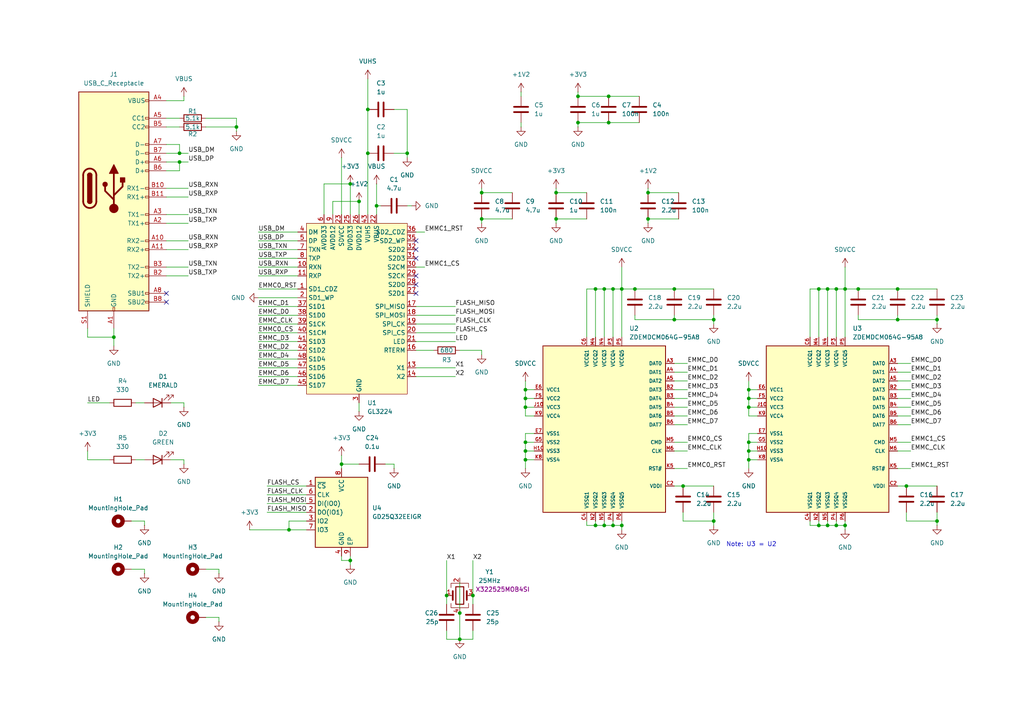
<source format=kicad_sch>
(kicad_sch (version 20231120) (generator "eeschema") (generator_version "8.0")
  (paper "A4")
  (junction (at 217.17 113.03))
  (junction (at 161.29 55.88))
  (junction (at 176.53 35.56))
  (junction (at 177.8 83.82))
  (junction (at 152.4 115.57))
  (junction (at 118.11 44.45))
  (junction (at 240.03 152.4))
  (junction (at 177.8 152.4))
  (junction (at 133.35 185.42))
  (junction (at 180.34 83.82))
  (junction (at 175.26 152.4))
  (junction (at 137.16 172.72))
  (junction (at 101.6 53.34))
  (junction (at 207.01 151.13))
  (junction (at 172.72 83.82))
  (junction (at 271.78 151.13))
  (junction (at 52.07 44.45))
  (junction (at 198.12 140.97))
  (junction (at 187.96 55.88))
  (junction (at 129.54 172.72))
  (junction (at 217.17 115.57))
  (junction (at 172.72 152.4))
  (junction (at 68.58 36.83))
  (junction (at 152.4 128.27))
  (junction (at 152.4 118.11))
  (junction (at 167.64 27.94))
  (junction (at 33.02 97.79))
  (junction (at 139.7 63.5))
  (junction (at 245.11 83.82))
  (junction (at 242.57 83.82))
  (junction (at 152.4 130.81))
  (junction (at 207.01 92.71))
  (junction (at 152.4 113.03))
  (junction (at 161.29 63.5))
  (junction (at 195.58 83.82))
  (junction (at 187.96 63.5))
  (junction (at 217.17 128.27))
  (junction (at 262.89 140.97))
  (junction (at 248.92 83.82))
  (junction (at 83.82 153.67))
  (junction (at 106.68 44.45))
  (junction (at 260.35 92.71))
  (junction (at 175.26 83.82))
  (junction (at 101.6 162.56))
  (junction (at 167.64 35.56))
  (junction (at 139.7 55.88))
  (junction (at 52.07 46.99))
  (junction (at 99.06 134.62))
  (junction (at 195.58 92.71))
  (junction (at 271.78 92.71))
  (junction (at 184.15 83.82))
  (junction (at 133.35 177.8))
  (junction (at 217.17 133.35))
  (junction (at 217.17 118.11))
  (junction (at 152.4 133.35))
  (junction (at 245.11 152.4))
  (junction (at 176.53 27.94))
  (junction (at 260.35 83.82))
  (junction (at 237.49 83.82))
  (junction (at 106.68 31.75))
  (junction (at 240.03 83.82))
  (junction (at 217.17 130.81))
  (junction (at 109.22 59.69))
  (junction (at 104.14 58.42))
  (junction (at 180.34 152.4))
  (junction (at 242.57 152.4))
  (junction (at 237.49 152.4))
  (no_connect (at 120.65 82.55))
  (no_connect (at 120.65 74.93))
  (no_connect (at 120.65 80.01))
  (no_connect (at 120.65 72.39))
  (no_connect (at 48.26 87.63))
  (no_connect (at 120.65 85.09))
  (no_connect (at 120.65 69.85))
  (no_connect (at 48.26 85.09))
  (wire (pts (xy 54.61 80.01) (xy 48.26 80.01)))
  (wire (pts (xy 63.5 179.07) (xy 59.69 179.07)))
  (wire (pts (xy 77.47 146.05) (xy 88.9 146.05)))
  (wire (pts (xy 139.7 55.88) (xy 148.59 55.88)))
  (wire (pts (xy 195.58 83.82) (xy 207.01 83.82)))
  (wire (pts (xy 260.35 91.44) (xy 260.35 92.71)))
  (wire (pts (xy 129.54 172.72) (xy 129.54 175.26)))
  (wire (pts (xy 217.17 113.03) (xy 217.17 115.57)))
  (wire (pts (xy 217.17 130.81) (xy 219.71 130.81)))
  (wire (pts (xy 74.93 96.52) (xy 86.36 96.52)))
  (wire (pts (xy 129.54 162.56) (xy 129.54 172.72)))
  (wire (pts (xy 187.96 63.5) (xy 196.85 63.5)))
  (wire (pts (xy 96.52 58.42) (xy 96.52 62.23)))
  (wire (pts (xy 88.9 151.13) (xy 83.82 151.13)))
  (wire (pts (xy 74.93 67.31) (xy 86.36 67.31)))
  (wire (pts (xy 137.16 185.42) (xy 133.35 185.42)))
  (wire (pts (xy 248.92 91.44) (xy 248.92 92.71)))
  (wire (pts (xy 99.06 45.72) (xy 99.06 62.23)))
  (wire (pts (xy 137.16 172.72) (xy 137.16 175.26)))
  (wire (pts (xy 152.4 115.57) (xy 152.4 118.11)))
  (wire (pts (xy 74.93 109.22) (xy 86.36 109.22)))
  (wire (pts (xy 53.34 116.84) (xy 53.34 118.11)))
  (wire (pts (xy 176.53 27.94) (xy 185.42 27.94)))
  (wire (pts (xy 54.61 62.23) (xy 48.26 62.23)))
  (wire (pts (xy 262.89 151.13) (xy 271.78 151.13)))
  (wire (pts (xy 264.16 110.49) (xy 260.35 110.49)))
  (wire (pts (xy 217.17 115.57) (xy 217.17 118.11)))
  (wire (pts (xy 198.12 151.13) (xy 207.01 151.13)))
  (wire (pts (xy 180.34 77.47) (xy 180.34 83.82)))
  (wire (pts (xy 49.53 116.84) (xy 53.34 116.84)))
  (wire (pts (xy 260.35 135.89) (xy 264.16 135.89)))
  (wire (pts (xy 48.26 34.29) (xy 52.07 34.29)))
  (wire (pts (xy 161.29 55.88) (xy 170.18 55.88)))
  (wire (pts (xy 217.17 110.49) (xy 217.17 113.03)))
  (wire (pts (xy 72.39 153.67) (xy 83.82 153.67)))
  (wire (pts (xy 152.4 115.57) (xy 154.94 115.57)))
  (wire (pts (xy 161.29 63.5) (xy 161.29 64.77)))
  (wire (pts (xy 199.39 115.57) (xy 195.58 115.57)))
  (wire (pts (xy 77.47 148.59) (xy 88.9 148.59)))
  (wire (pts (xy 172.72 83.82) (xy 175.26 83.82)))
  (wire (pts (xy 25.4 95.25) (xy 25.4 97.79)))
  (wire (pts (xy 240.03 83.82) (xy 240.03 97.79)))
  (wire (pts (xy 271.78 148.59) (xy 271.78 151.13)))
  (wire (pts (xy 172.72 152.4) (xy 175.26 152.4)))
  (wire (pts (xy 161.29 54.61) (xy 161.29 55.88)))
  (wire (pts (xy 264.16 107.95) (xy 260.35 107.95)))
  (wire (pts (xy 137.16 182.88) (xy 137.16 185.42)))
  (wire (pts (xy 199.39 118.11) (xy 195.58 118.11)))
  (wire (pts (xy 139.7 63.5) (xy 148.59 63.5)))
  (wire (pts (xy 109.22 59.69) (xy 109.22 62.23)))
  (wire (pts (xy 234.95 83.82) (xy 234.95 97.79)))
  (wire (pts (xy 25.4 133.35) (xy 31.75 133.35)))
  (wire (pts (xy 264.16 130.81) (xy 260.35 130.81)))
  (wire (pts (xy 48.26 41.91) (xy 52.07 41.91)))
  (wire (pts (xy 132.08 106.68) (xy 120.65 106.68)))
  (wire (pts (xy 170.18 83.82) (xy 172.72 83.82)))
  (wire (pts (xy 217.17 113.03) (xy 219.71 113.03)))
  (wire (pts (xy 242.57 83.82) (xy 245.11 83.82)))
  (wire (pts (xy 33.02 97.79) (xy 33.02 100.33)))
  (wire (pts (xy 96.52 58.42) (xy 104.14 58.42)))
  (wire (pts (xy 177.8 152.4) (xy 180.34 152.4)))
  (wire (pts (xy 139.7 63.5) (xy 139.7 64.77)))
  (wire (pts (xy 240.03 152.4) (xy 242.57 152.4)))
  (wire (pts (xy 132.08 99.06) (xy 120.65 99.06)))
  (wire (pts (xy 217.17 125.73) (xy 219.71 125.73)))
  (wire (pts (xy 104.14 58.42) (xy 104.14 62.23)))
  (wire (pts (xy 101.6 53.34) (xy 101.6 62.23)))
  (wire (pts (xy 39.37 116.84) (xy 41.91 116.84)))
  (wire (pts (xy 175.26 83.82) (xy 177.8 83.82)))
  (wire (pts (xy 74.93 93.98) (xy 86.36 93.98)))
  (wire (pts (xy 118.11 44.45) (xy 118.11 31.75)))
  (wire (pts (xy 52.07 49.53) (xy 48.26 49.53)))
  (wire (pts (xy 217.17 128.27) (xy 219.71 128.27)))
  (wire (pts (xy 132.08 96.52) (xy 120.65 96.52)))
  (wire (pts (xy 53.34 133.35) (xy 53.34 134.62)))
  (wire (pts (xy 152.4 130.81) (xy 152.4 133.35)))
  (wire (pts (xy 25.4 116.84) (xy 31.75 116.84)))
  (wire (pts (xy 132.08 93.98) (xy 120.65 93.98)))
  (wire (pts (xy 54.61 69.85) (xy 48.26 69.85)))
  (wire (pts (xy 74.93 106.68) (xy 86.36 106.68)))
  (wire (pts (xy 217.17 120.65) (xy 219.71 120.65)))
  (wire (pts (xy 152.4 110.49) (xy 152.4 113.03)))
  (wire (pts (xy 187.96 54.61) (xy 187.96 55.88)))
  (wire (pts (xy 195.58 135.89) (xy 199.39 135.89)))
  (wire (pts (xy 175.26 83.82) (xy 175.26 97.79)))
  (wire (pts (xy 271.78 151.13) (xy 271.78 152.4)))
  (wire (pts (xy 106.68 31.75) (xy 106.68 44.45)))
  (wire (pts (xy 260.35 83.82) (xy 271.78 83.82)))
  (wire (pts (xy 195.58 92.71) (xy 207.01 92.71)))
  (wire (pts (xy 152.4 118.11) (xy 152.4 120.65)))
  (wire (pts (xy 152.4 125.73) (xy 154.94 125.73)))
  (wire (pts (xy 41.91 166.37) (xy 41.91 165.1)))
  (wire (pts (xy 59.69 36.83) (xy 68.58 36.83)))
  (wire (pts (xy 248.92 92.71) (xy 260.35 92.71)))
  (wire (pts (xy 152.4 133.35) (xy 152.4 135.89)))
  (wire (pts (xy 39.37 133.35) (xy 41.91 133.35)))
  (wire (pts (xy 187.96 63.5) (xy 187.96 64.77)))
  (wire (pts (xy 118.11 59.69) (xy 119.38 59.69)))
  (wire (pts (xy 106.68 44.45) (xy 106.68 62.23)))
  (wire (pts (xy 161.29 63.5) (xy 170.18 63.5)))
  (wire (pts (xy 198.12 148.59) (xy 198.12 151.13)))
  (wire (pts (xy 99.06 134.62) (xy 99.06 135.89)))
  (wire (pts (xy 132.08 91.44) (xy 120.65 91.44)))
  (wire (pts (xy 172.72 152.4) (xy 172.72 151.13)))
  (wire (pts (xy 177.8 152.4) (xy 177.8 151.13)))
  (wire (pts (xy 101.6 161.29) (xy 101.6 162.56)))
  (wire (pts (xy 217.17 133.35) (xy 219.71 133.35)))
  (wire (pts (xy 195.58 91.44) (xy 195.58 92.71)))
  (wire (pts (xy 137.16 162.56) (xy 137.16 172.72)))
  (wire (pts (xy 48.26 44.45) (xy 52.07 44.45)))
  (wire (pts (xy 199.39 123.19) (xy 195.58 123.19)))
  (wire (pts (xy 52.07 44.45) (xy 54.61 44.45)))
  (wire (pts (xy 207.01 92.71) (xy 207.01 93.98)))
  (wire (pts (xy 184.15 92.71) (xy 195.58 92.71)))
  (wire (pts (xy 132.08 88.9) (xy 120.65 88.9)))
  (wire (pts (xy 151.13 26.67) (xy 151.13 27.94)))
  (wire (pts (xy 217.17 130.81) (xy 217.17 133.35)))
  (wire (pts (xy 245.11 77.47) (xy 245.11 83.82)))
  (wire (pts (xy 248.92 83.82) (xy 260.35 83.82)))
  (wire (pts (xy 245.11 151.13) (xy 245.11 152.4)))
  (wire (pts (xy 53.34 27.94) (xy 53.34 29.21)))
  (wire (pts (xy 54.61 64.77) (xy 48.26 64.77)))
  (wire (pts (xy 170.18 152.4) (xy 172.72 152.4)))
  (wire (pts (xy 74.93 99.06) (xy 86.36 99.06)))
  (wire (pts (xy 129.54 185.42) (xy 133.35 185.42)))
  (wire (pts (xy 242.57 152.4) (xy 245.11 152.4)))
  (wire (pts (xy 184.15 83.82) (xy 195.58 83.82)))
  (wire (pts (xy 106.68 22.86) (xy 106.68 31.75)))
  (wire (pts (xy 74.93 91.44) (xy 86.36 91.44)))
  (wire (pts (xy 207.01 151.13) (xy 207.01 152.4)))
  (wire (pts (xy 99.06 134.62) (xy 104.14 134.62)))
  (wire (pts (xy 175.26 152.4) (xy 175.26 151.13)))
  (wire (pts (xy 63.5 166.37) (xy 63.5 165.1)))
  (wire (pts (xy 74.93 101.6) (xy 86.36 101.6)))
  (wire (pts (xy 114.3 135.89) (xy 114.3 134.62)))
  (wire (pts (xy 167.64 27.94) (xy 176.53 27.94)))
  (wire (pts (xy 152.4 113.03) (xy 154.94 113.03)))
  (wire (pts (xy 74.93 111.76) (xy 86.36 111.76)))
  (wire (pts (xy 264.16 120.65) (xy 260.35 120.65)))
  (wire (pts (xy 120.65 67.31) (xy 123.19 67.31)))
  (wire (pts (xy 74.93 72.39) (xy 86.36 72.39)))
  (wire (pts (xy 83.82 153.67) (xy 88.9 153.67)))
  (wire (pts (xy 180.34 152.4) (xy 180.34 153.67)))
  (wire (pts (xy 74.93 86.36) (xy 86.36 86.36)))
  (wire (pts (xy 271.78 92.71) (xy 271.78 93.98)))
  (wire (pts (xy 74.93 83.82) (xy 86.36 83.82)))
  (wire (pts (xy 245.11 152.4) (xy 245.11 153.67)))
  (wire (pts (xy 240.03 83.82) (xy 242.57 83.82)))
  (wire (pts (xy 240.03 152.4) (xy 240.03 151.13)))
  (wire (pts (xy 74.93 80.01) (xy 86.36 80.01)))
  (wire (pts (xy 198.12 140.97) (xy 207.01 140.97)))
  (wire (pts (xy 170.18 83.82) (xy 170.18 97.79)))
  (wire (pts (xy 180.34 151.13) (xy 180.34 152.4)))
  (wire (pts (xy 199.39 105.41) (xy 195.58 105.41)))
  (wire (pts (xy 234.95 152.4) (xy 234.95 151.13)))
  (wire (pts (xy 25.4 97.79) (xy 33.02 97.79)))
  (wire (pts (xy 199.39 110.49) (xy 195.58 110.49)))
  (wire (pts (xy 152.4 133.35) (xy 154.94 133.35)))
  (wire (pts (xy 109.22 53.34) (xy 109.22 59.69)))
  (wire (pts (xy 199.39 113.03) (xy 195.58 113.03)))
  (wire (pts (xy 101.6 53.34) (xy 93.98 53.34)))
  (wire (pts (xy 104.14 116.84) (xy 104.14 119.38)))
  (wire (pts (xy 199.39 120.65) (xy 195.58 120.65)))
  (wire (pts (xy 217.17 118.11) (xy 217.17 120.65)))
  (wire (pts (xy 234.95 83.82) (xy 237.49 83.82)))
  (wire (pts (xy 54.61 54.61) (xy 48.26 54.61)))
  (wire (pts (xy 152.4 113.03) (xy 152.4 115.57)))
  (wire (pts (xy 264.16 118.11) (xy 260.35 118.11)))
  (wire (pts (xy 237.49 83.82) (xy 240.03 83.82)))
  (wire (pts (xy 68.58 34.29) (xy 68.58 36.83)))
  (wire (pts (xy 217.17 125.73) (xy 217.17 128.27)))
  (wire (pts (xy 74.93 88.9) (xy 86.36 88.9)))
  (wire (pts (xy 48.26 46.99) (xy 52.07 46.99)))
  (wire (pts (xy 245.11 83.82) (xy 248.92 83.82)))
  (wire (pts (xy 260.35 128.27) (xy 264.16 128.27)))
  (wire (pts (xy 53.34 29.21) (xy 48.26 29.21)))
  (wire (pts (xy 237.49 152.4) (xy 240.03 152.4)))
  (wire (pts (xy 101.6 162.56) (xy 101.6 163.83)))
  (wire (pts (xy 129.54 182.88) (xy 129.54 185.42)))
  (wire (pts (xy 54.61 72.39) (xy 48.26 72.39)))
  (wire (pts (xy 152.4 120.65) (xy 154.94 120.65)))
  (wire (pts (xy 41.91 152.4) (xy 41.91 151.13)))
  (wire (pts (xy 237.49 83.82) (xy 237.49 97.79)))
  (wire (pts (xy 262.89 148.59) (xy 262.89 151.13)))
  (wire (pts (xy 68.58 36.83) (xy 68.58 38.1)))
  (wire (pts (xy 52.07 41.91) (xy 52.07 44.45)))
  (wire (pts (xy 63.5 180.34) (xy 63.5 179.07)))
  (wire (pts (xy 271.78 91.44) (xy 271.78 92.71)))
  (wire (pts (xy 180.34 83.82) (xy 180.34 97.79)))
  (wire (pts (xy 184.15 91.44) (xy 184.15 92.71)))
  (wire (pts (xy 237.49 152.4) (xy 237.49 151.13)))
  (wire (pts (xy 152.4 130.81) (xy 154.94 130.81)))
  (wire (pts (xy 133.35 177.8) (xy 133.35 185.42)))
  (wire (pts (xy 217.17 133.35) (xy 217.17 135.89)))
  (wire (pts (xy 33.02 95.25) (xy 33.02 97.79)))
  (wire (pts (xy 245.11 83.82) (xy 245.11 97.79)))
  (wire (pts (xy 177.8 83.82) (xy 177.8 97.79)))
  (wire (pts (xy 118.11 44.45) (xy 114.3 44.45)))
  (wire (pts (xy 207.01 148.59) (xy 207.01 151.13)))
  (wire (pts (xy 77.47 143.51) (xy 88.9 143.51)))
  (wire (pts (xy 120.65 101.6) (xy 125.73 101.6)))
  (wire (pts (xy 152.4 128.27) (xy 154.94 128.27)))
  (wire (pts (xy 264.16 115.57) (xy 260.35 115.57)))
  (wire (pts (xy 242.57 83.82) (xy 242.57 97.79)))
  (wire (pts (xy 48.26 36.83) (xy 52.07 36.83)))
  (wire (pts (xy 195.58 140.97) (xy 198.12 140.97)))
  (wire (pts (xy 217.17 128.27) (xy 217.17 130.81)))
  (wire (pts (xy 133.35 167.64) (xy 133.35 177.8)))
  (wire (pts (xy 52.07 46.99) (xy 52.07 49.53)))
  (wire (pts (xy 114.3 134.62) (xy 111.76 134.62)))
  (wire (pts (xy 264.16 105.41) (xy 260.35 105.41)))
  (wire (pts (xy 74.93 77.47) (xy 86.36 77.47)))
  (wire (pts (xy 264.16 123.19) (xy 260.35 123.19)))
  (wire (pts (xy 139.7 54.61) (xy 139.7 55.88)))
  (wire (pts (xy 99.06 161.29) (xy 99.06 162.56)))
  (wire (pts (xy 260.35 92.71) (xy 271.78 92.71)))
  (wire (pts (xy 180.34 83.82) (xy 184.15 83.82)))
  (wire (pts (xy 63.5 165.1) (xy 59.69 165.1)))
  (wire (pts (xy 151.13 35.56) (xy 151.13 36.83)))
  (wire (pts (xy 167.64 35.56) (xy 176.53 35.56)))
  (wire (pts (xy 25.4 130.81) (xy 25.4 133.35)))
  (wire (pts (xy 118.11 31.75) (xy 114.3 31.75)))
  (wire (pts (xy 77.47 140.97) (xy 88.9 140.97)))
  (wire (pts (xy 234.95 152.4) (xy 237.49 152.4)))
  (wire (pts (xy 172.72 83.82) (xy 172.72 97.79)))
  (wire (pts (xy 99.06 162.56) (xy 101.6 162.56)))
  (wire (pts (xy 118.11 45.72) (xy 118.11 44.45)))
  (wire (pts (xy 74.93 69.85) (xy 86.36 69.85)))
  (wire (pts (xy 207.01 91.44) (xy 207.01 92.71)))
  (wire (pts (xy 74.93 74.93) (xy 86.36 74.93)))
  (wire (pts (xy 152.4 125.73) (xy 152.4 128.27)))
  (wire (pts (xy 175.26 152.4) (xy 177.8 152.4)))
  (wire (pts (xy 49.53 133.35) (xy 53.34 133.35)))
  (wire (pts (xy 170.18 152.4) (xy 170.18 151.13)))
  (wire (pts (xy 83.82 151.13) (xy 83.82 153.67)))
  (wire (pts (xy 139.7 102.87) (xy 139.7 101.6)))
  (wire (pts (xy 176.53 35.56) (xy 185.42 35.56)))
  (wire (pts (xy 199.39 107.95) (xy 195.58 107.95)))
  (wire (pts (xy 152.4 128.27) (xy 152.4 130.81)))
  (wire (pts (xy 120.65 77.47) (xy 123.19 77.47)))
  (wire (pts (xy 262.89 140.97) (xy 271.78 140.97)))
  (wire (pts (xy 59.69 34.29) (xy 68.58 34.29)))
  (wire (pts (xy 132.08 109.22) (xy 120.65 109.22)))
  (wire (pts (xy 41.91 165.1) (xy 38.1 165.1)))
  (wire (pts (xy 152.4 118.11) (xy 154.94 118.11)))
  (wire (pts (xy 242.57 152.4) (xy 242.57 151.13)))
  (wire (pts (xy 74.93 104.14) (xy 86.36 104.14)))
  (wire (pts (xy 260.35 140.97) (xy 262.89 140.97)))
  (wire (pts (xy 93.98 53.34) (xy 93.98 62.23)))
  (wire (pts (xy 167.64 35.56) (xy 167.64 36.83)))
  (wire (pts (xy 41.91 151.13) (xy 38.1 151.13)))
  (wire (pts (xy 187.96 55.88) (xy 196.85 55.88)))
  (wire (pts (xy 167.64 26.67) (xy 167.64 27.94)))
  (wire (pts (xy 54.61 57.15) (xy 48.26 57.15)))
  (wire (pts (xy 54.61 77.47) (xy 48.26 77.47)))
  (wire (pts (xy 109.22 59.69) (xy 110.49 59.69)))
  (wire (pts (xy 264.16 113.03) (xy 260.35 113.03)))
  (wire (pts (xy 217.17 115.57) (xy 219.71 115.57)))
  (wire (pts (xy 195.58 128.27) (xy 199.39 128.27)))
  (wire (pts (xy 99.06 132.08) (xy 99.06 134.62)))
  (wire (pts (xy 133.35 101.6) (xy 139.7 101.6)))
  (wire (pts (xy 177.8 83.82) (xy 180.34 83.82)))
  (wire (pts (xy 52.07 46.99) (xy 54.61 46.99)))
  (wire (pts (xy 217.17 118.11) (xy 219.71 118.11)))
  (wire (pts (xy 199.39 130.81) (xy 195.58 130.81)))
  (text "Note: U3 = U2" (at 217.932 157.988 0) (effects (font (size 1.27 1.27))))
  (label "EMMC0_CS" (at 74.93 96.52 0))
  (label "USB_DP" (at 74.93 69.85 0))
  (label "EMMC0_RST" (at 74.93 83.82 0))
  (label "LED" (at 132.08 99.06 0))
  (label "EMMC_D5" (at 264.16 118.11 0))
  (label "EMMC_D0" (at 264.16 105.41 0))
  (label "USB_DM" (at 54.61 44.45 0))
  (label "EMMC_D3" (at 199.39 113.03 0))
  (label "EMMC_D2" (at 74.93 101.6 0))
  (label "FLASH_MOSI" (at 132.08 91.44 0))
  (label "FLASH_CLK" (at 132.08 93.98 0))
  (label "X2" (at 132.08 109.22 0))
  (label "EMMC_D7" (at 264.16 123.19 0))
  (label "FLASH_CLK" (at 77.47 143.51 0))
  (label "EMMC_D4" (at 264.16 115.57 0))
  (label "EMMC0_CS" (at 199.39 128.27 0))
  (label "EMMC_D5" (at 199.39 118.11 0))
  (label "EMMC_D1" (at 74.93 88.9 0))
  (label "USB_DP" (at 54.61 46.99 0))
  (label "EMMC_CLK" (at 199.39 130.81 0))
  (label "EMMC_D7" (at 74.93 111.76 0))
  (label "EMMC_CLK" (at 264.16 130.81 0))
  (label "EMMC1_RST" (at 123.19 67.31 0))
  (label "USB_DM" (at 74.93 67.31 0))
  (label "USB_RXN" (at 54.61 54.61 0))
  (label "EMMC_D4" (at 199.39 115.57 0))
  (label "EMMC_D3" (at 74.93 99.06 0))
  (label "USB_TXN" (at 74.93 72.39 0))
  (label "USB_TXP" (at 54.61 80.01 0))
  (label "EMMC_D0" (at 74.93 91.44 0))
  (label "USB_TXN" (at 54.61 77.47 0))
  (label "FLASH_CS" (at 77.47 140.97 0))
  (label "X1" (at 129.54 162.56 0))
  (label "USB_RXP" (at 54.61 72.39 0))
  (label "EMMC_D2" (at 264.16 110.49 0))
  (label "X2" (at 137.16 162.56 0))
  (label "EMMC0_RST" (at 199.39 135.89 0))
  (label "EMMC_D3" (at 264.16 113.03 0))
  (label "FLASH_CS" (at 132.08 96.52 0))
  (label "EMMC1_CS" (at 123.19 77.47 0))
  (label "USB_RXN" (at 54.61 69.85 0))
  (label "EMMC_D6" (at 74.93 109.22 0))
  (label "USB_TXP" (at 54.61 64.77 0))
  (label "LED" (at 25.4 116.84 0))
  (label "USB_TXP" (at 74.93 74.93 0))
  (label "USB_RXP" (at 54.61 57.15 0))
  (label "EMMC_D0" (at 199.39 105.41 0))
  (label "EMMC_D6" (at 199.39 120.65 0))
  (label "USB_RXP" (at 74.93 80.01 0))
  (label "FLASH_MOSI" (at 77.47 146.05 0))
  (label "EMMC_D5" (at 74.93 106.68 0))
  (label "EMMC_D4" (at 74.93 104.14 0))
  (label "EMMC_D6" (at 264.16 120.65 0))
  (label "EMMC1_RST" (at 264.16 135.89 0))
  (label "EMMC_CLK" (at 74.93 93.98 0))
  (label "FLASH_MISO" (at 77.47 148.59 0))
  (label "EMMC_D7" (at 199.39 123.19 0))
  (label "EMMC_D1" (at 199.39 107.95 0))
  (label "USB_TXN" (at 54.61 62.23 0))
  (label "EMMC1_CS" (at 264.16 128.27 0))
  (label "EMMC_D2" (at 199.39 110.49 0))
  (label "X1" (at 132.08 106.68 0))
  (label "USB_RXN" (at 74.93 77.47 0))
  (label "FLASH_MISO" (at 132.08 88.9 0))
  (label "EMMC_D1" (at 264.16 107.95 0))
  (symbol (lib_id "EMMC04G-S100-B08U:EMMC04G-S100-B08U") (at 240.03 123.19 0) (unit 1)
    (property "Reference" "U3" (at 247.2885 95.25 0) (effects (justify left)))
    (property "Value" "ZDEMDCM064G-95A8" (at 247.2885 97.79 0) (effects (justify left)))
    (property "Footprint" "eMMC:MICRON_EMMC_153" (effects (hide yes)))
    (property "MF" "Kingston" (effects (hide yes)))
    (property "Description_1" "\n                        \n                            EMMC Series 4 GB 11.5 x 13 x 1.0 mm eMMC Flash memory Card - BGA-153\n                        \n" (effects (hide yes)))
    (property "Package" "BGA-153 Kingston" (effects (hide yes)))
    (property "Price" "None" (effects (hide yes)))
    (property "SnapEDA_Link" "https://www.snapeda.com/parts/EMMC04G-S100-B08U/Kingston/view-part/?ref=snap" (effects (hide yes)))
    (property "MP" "EMMC04G-S100-B08U" (effects (hide yes)))
    (property "Availability" "Not in stock" (effects (hide yes)))
    (property "Check_prices" "https://www.snapeda.com/parts/EMMC04G-S100-B08U/Kingston/view-part/?ref=eda" (effects (hide yes)))
  )
  (symbol (lib_id "power:GND") (at 271.78 93.98 0) (unit 1)
    (property "Reference" "#PWR035" (effects (hide yes)))
    (property "Value" "GND" (at 271.78 99.06 0))
    (property "Description" "Power symbol creates a global label with name \"GND\" , ground" (effects (hide yes)))
  )
  (symbol (lib_id "power:+3V3") (at 139.7 54.61 0) (unit 1)
    (property "Reference" "#PWR016" (effects (hide yes)))
    (property "Value" "SDVCC" (at 139.7 49.53 0))
    (property "Description" "Power symbol creates a global label with name \"+3V3\"" (effects (hide yes)))
  )
  (symbol (lib_id "Mechanical:MountingHole_Pad") (at 57.15 165.1 90) (unit 1) (exclude_from_sim yes) (in_bom no)
    (property "Reference" "H3" (at 55.88 158.75 90))
    (property "Value" "MountingHole_Pad" (at 55.88 161.29 90))
    (property "Footprint" "MountingHole:MountingHole_2.2mm_M2_Pad_Via" (effects (hide yes)))
    (property "Description" "Mounting Hole with connection" (effects (hide yes)))
  )
  (symbol (lib_id "power:GND") (at 180.34 153.67 0) (unit 1)
    (property "Reference" "#PWR014" (effects (hide yes)))
    (property "Value" "GND" (at 180.34 158.75 0))
    (property "Description" "Power symbol creates a global label with name \"GND\" , ground" (effects (hide yes)))
  )
  (symbol (lib_id "power:GND") (at 63.5 166.37 0) (unit 1)
    (property "Reference" "#PWR046" (effects (hide yes)))
    (property "Value" "GND" (at 63.5 171.45 0))
    (property "Description" "Power symbol creates a global label with name \"GND\" , ground" (effects (hide yes)))
  )
  (symbol (lib_id "power:GND") (at 53.34 134.62 0) (unit 1)
    (property "Reference" "#PWR041" (effects (hide yes)))
    (property "Value" "GND" (at 53.34 139.7 0))
    (property "Description" "Power symbol creates a global label with name \"GND\" , ground" (effects (hide yes)))
  )
  (symbol (lib_id "Device:C") (at 110.49 31.75 90) (unit 1)
    (property "Reference" "C3" (at 110.49 24.13 90))
    (property "Value" "1u" (at 110.49 26.67 90))
    (property "Footprint" "Capacitor_SMD:C_0402_1005Metric" (effects (hide yes)))
    (property "Description" "Unpolarized capacitor" (effects (hide yes)))
  )
  (symbol (lib_id "power:GND") (at 41.91 166.37 0) (unit 1)
    (property "Reference" "#PWR045" (effects (hide yes)))
    (property "Value" "GND" (at 41.91 171.45 0))
    (property "Description" "Power symbol creates a global label with name \"GND\" , ground" (effects (hide yes)))
  )
  (symbol (lib_id "power:GND") (at 187.96 64.77 0) (unit 1)
    (property "Reference" "#PWR023" (effects (hide yes)))
    (property "Value" "GND" (at 187.96 69.85 0))
    (property "Description" "Power symbol creates a global label with name \"GND\" , ground" (effects (hide yes)))
  )
  (symbol (lib_id "Device:R") (at 129.54 101.6 90) (unit 1)
    (property "Reference" "R3" (at 129.54 104.394 90))
    (property "Value" "680" (at 129.54 101.6 90))
    (property "Footprint" "Resistor_SMD:R_0402_1005Metric" (effects (hide yes)))
    (property "Description" "Resistor" (effects (hide yes)))
  )
  (symbol (lib_id "Device:C") (at 262.89 144.78 0) (unit 1)
    (property "Reference" "C16" (at 266.7 143.51 0) (effects (justify left)))
    (property "Value" "2.2u" (at 266.7 146.05 0) (effects (justify left)))
    (property "Footprint" "Capacitor_SMD:C_0402_1005Metric" (effects (hide yes)))
    (property "Description" "Unpolarized capacitor" (effects (hide yes)))
  )
  (symbol (lib_id "Device:Crystal_GND24") (at 133.35 172.72 0) (unit 1)
    (property "Reference" "Y1" (at 141.986 165.862 0))
    (property "Value" "25MHz" (at 141.986 168.402 0))
    (property "Footprint" "Crystal:Crystal_SMD_3225-4Pin_3.2x2.5mm" (effects (hide yes)))
    (property "Description" "Four pin crystal, GND on pins 2 and 4" (effects (hide yes)))
    (property "Veld 5" "X322525MOB4SI" (at 145.796 170.942 0))
  )
  (symbol (lib_id "power:GND") (at 217.17 135.89 0) (unit 1)
    (property "Reference" "#PWR025" (effects (hide yes)))
    (property "Value" "GND" (at 217.17 140.97 0))
    (property "Description" "Power symbol creates a global label with name \"GND\" , ground" (effects (hide yes)))
  )
  (symbol (lib_id "power:GND") (at 152.4 135.89 0) (unit 1)
    (property "Reference" "#PWR024" (effects (hide yes)))
    (property "Value" "GND" (at 152.4 140.97 0))
    (property "Description" "Power symbol creates a global label with name \"GND\" , ground" (effects (hide yes)))
  )
  (symbol (lib_id "power:GND") (at 139.7 64.77 0) (unit 1)
    (property "Reference" "#PWR021" (effects (hide yes)))
    (property "Value" "GND" (at 139.7 69.85 0))
    (property "Description" "Power symbol creates a global label with name \"GND\" , ground" (effects (hide yes)))
  )
  (symbol (lib_id "Device:C") (at 167.64 31.75 0) (unit 1)
    (property "Reference" "C6" (at 171.45 30.48 0) (effects (justify left)))
    (property "Value" "1u" (at 171.45 33.02 0) (effects (justify left)))
    (property "Footprint" "Capacitor_SMD:C_0402_1005Metric" (effects (hide yes)))
    (property "Description" "Unpolarized capacitor" (effects (hide yes)))
  )
  (symbol (lib_id "power:GND") (at 119.38 59.69 90) (unit 1)
    (property "Reference" "#PWR06" (effects (hide yes)))
    (property "Value" "GND" (at 123.19 59.69 90) (effects (justify right)))
    (property "Description" "Power symbol creates a global label with name \"GND\" , ground" (effects (hide yes)))
  )
  (symbol (lib_id "power:+1V2") (at 104.14 58.42 0) (unit 1)
    (property "Reference" "#PWR09" (effects (hide yes)))
    (property "Value" "+1V2" (at 104.14 53.34 0))
    (property "Description" "Power symbol creates a global label with name \"+1V2\"" (effects (hide yes)))
  )
  (symbol (lib_id "power:+3V3") (at 99.06 45.72 0) (unit 1)
    (property "Reference" "#PWR013" (effects (hide yes)))
    (property "Value" "SDVCC" (at 99.06 40.64 0))
    (property "Description" "Power symbol creates a global label with name \"+3V3\"" (effects (hide yes)))
  )
  (symbol (lib_id "Device:C") (at 248.92 87.63 0) (unit 1)
    (property "Reference" "C21" (at 252.73 86.36 0) (effects (justify left)))
    (property "Value" "2.2u" (at 252.73 88.9 0) (effects (justify left)))
    (property "Footprint" "Capacitor_SMD:C_0402_1005Metric" (effects (hide yes)))
    (property "Description" "Unpolarized capacitor" (effects (hide yes)))
  )
  (symbol (lib_id "Device:C") (at 114.3 59.69 90) (unit 1)
    (property "Reference" "C1" (at 114.3 52.07 90))
    (property "Value" "4.7u" (at 114.3 54.61 90))
    (property "Footprint" "Capacitor_SMD:C_0402_1005Metric" (effects (hide yes)))
    (property "Description" "Unpolarized capacitor" (effects (hide yes)))
  )
  (symbol (lib_id "Memory_Flash:W25Q32JVZP") (at 99.06 148.59 0) (unit 1)
    (property "Reference" "U4" (at 107.95 147.32 0) (effects (justify left)))
    (property "Value" "GD25Q32EEIGR" (at 107.95 149.86 0) (effects (justify left)))
    (property "Footprint" "Package_SON:Winbond_USON-8-1EP_3x2mm_P0.5mm_EP0.2x1.6mm" (effects (hide yes)))
    (property "Datasheet" "http://www.winbond.com/resource-files/w25q32jv%20revg%2003272018%20plus.pdf" (effects (hide yes)))
    (property "Description" "32Mb Serial Flash Memory, Standard/Dual/Quad SPI, DFN-8" (effects (hide yes)))
  )
  (symbol (lib_id "Mechanical:MountingHole_Pad") (at 35.56 151.13 90) (unit 1) (exclude_from_sim yes) (in_bom no)
    (property "Reference" "H1" (at 34.29 144.78 90))
    (property "Value" "MountingHole_Pad" (at 34.29 147.32 90))
    (property "Footprint" "MountingHole:MountingHole_2.2mm_M2_Pad_Via" (effects (hide yes)))
    (property "Description" "Mounting Hole with connection" (effects (hide yes)))
  )
  (symbol (lib_id "Device:C") (at 271.78 87.63 0) (unit 1)
    (property "Reference" "C23" (at 275.59 86.36 0) (effects (justify left)))
    (property "Value" "2.2u" (at 275.59 88.9 0) (effects (justify left)))
    (property "Footprint" "Capacitor_SMD:C_0402_1005Metric" (effects (hide yes)))
    (property "Description" "Unpolarized capacitor" (effects (hide yes)))
  )
  (symbol (lib_id "power:GND") (at 41.91 152.4 0) (unit 1)
    (property "Reference" "#PWR044" (effects (hide yes)))
    (property "Value" "GND" (at 41.91 157.48 0))
    (property "Description" "Power symbol creates a global label with name \"GND\" , ground" (effects (hide yes)))
  )
  (symbol (lib_id "Mechanical:MountingHole_Pad") (at 35.56 165.1 90) (unit 1) (exclude_from_sim yes) (in_bom no)
    (property "Reference" "H2" (at 34.29 158.75 90))
    (property "Value" "MountingHole_Pad" (at 34.29 161.29 90))
    (property "Footprint" "MountingHole:MountingHole_2.2mm_M2_Pad_Via" (effects (hide yes)))
    (property "Description" "Mounting Hole with connection" (effects (hide yes)))
  )
  (symbol (lib_id "power:+3V3") (at 167.64 26.67 0) (unit 1)
    (property "Reference" "#PWR017" (effects (hide yes)))
    (property "Value" "+3V3" (at 167.64 21.59 0))
    (property "Description" "Power symbol creates a global label with name \"+3V3\"" (effects (hide yes)))
  )
  (symbol (lib_id "Device:C") (at 260.35 87.63 0) (unit 1)
    (property "Reference" "C22" (at 264.16 86.36 0) (effects (justify left)))
    (property "Value" "2.2u" (at 264.16 88.9 0) (effects (justify left)))
    (property "Footprint" "Capacitor_SMD:C_0402_1005Metric" (effects (hide yes)))
    (property "Description" "Unpolarized capacitor" (effects (hide yes)))
  )
  (symbol (lib_id "power:+3V3") (at 101.6 53.34 0) (unit 1)
    (property "Reference" "#PWR011" (effects (hide yes)))
    (property "Value" "+3V3" (at 101.6 48.26 0))
    (property "Description" "Power symbol creates a global label with name \"+3V3\"" (effects (hide yes)))
  )
  (symbol (lib_id "power:GND") (at 207.01 152.4 0) (unit 1)
    (property "Reference" "#PWR026" (effects (hide yes)))
    (property "Value" "GND" (at 207.01 157.48 0))
    (property "Description" "Power symbol creates a global label with name \"GND\" , ground" (effects (hide yes)))
  )
  (symbol (lib_id "power:GND") (at 74.93 86.36 270) (unit 1)
    (property "Reference" "#PWR031" (effects (hide yes)))
    (property "Value" "GND" (at 71.12 86.36 90) (effects (justify right)))
    (property "Description" "Power symbol creates a global label with name \"GND\" , ground" (effects (hide yes)))
  )
  (symbol (lib_id "power:GND") (at 133.35 185.42 0) (unit 1)
    (property "Reference" "#PWR040" (effects (hide yes)))
    (property "Value" "GND" (at 133.35 190.5 0))
    (property "Description" "Power symbol creates a global label with name \"GND\" , ground" (effects (hide yes)))
  )
  (symbol (lib_id "power:+3V3") (at 161.29 54.61 0) (unit 1)
    (property "Reference" "#PWR010" (effects (hide yes)))
    (property "Value" "+3V3" (at 161.29 49.53 0))
    (property "Description" "Power symbol creates a global label with name \"+3V3\"" (effects (hide yes)))
  )
  (symbol (lib_id "Device:C") (at 137.16 179.07 0) (unit 1)
    (property "Reference" "C25" (at 140.97 177.8 0) (effects (justify left)))
    (property "Value" "25p" (at 140.97 180.34 0) (effects (justify left)))
    (property "Footprint" "Capacitor_SMD:C_0402_1005Metric" (effects (hide yes)))
    (property "Description" "Unpolarized capacitor" (effects (hide yes)))
  )
  (symbol (lib_id "power:GND") (at 151.13 36.83 0) (unit 1)
    (property "Reference" "#PWR019" (effects (hide yes)))
    (property "Value" "GND" (at 151.13 41.91 0))
    (property "Description" "Power symbol creates a global label with name \"GND\" , ground" (effects (hide yes)))
  )
  (symbol (lib_id "Device:C") (at 161.29 59.69 0) (unit 1)
    (property "Reference" "C10" (at 165.1 58.42 0) (effects (justify left)))
    (property "Value" "1u" (at 165.1 60.96 0) (effects (justify left)))
    (property "Footprint" "Capacitor_SMD:C_0402_1005Metric" (effects (hide yes)))
    (property "Description" "Unpolarized capacitor" (effects (hide yes)))
  )
  (symbol (lib_id "Device:C") (at 185.42 31.75 0) (unit 1)
    (property "Reference" "C4" (at 189.23 30.48 0) (effects (justify left)))
    (property "Value" "100n" (at 189.23 33.02 0) (effects (justify left)))
    (property "Footprint" "Capacitor_SMD:C_0402_1005Metric" (effects (hide yes)))
    (property "Description" "Unpolarized capacitor" (effects (hide yes)))
  )
  (symbol (lib_id "Device:C") (at 198.12 144.78 0) (unit 1)
    (property "Reference" "C14" (at 201.93 143.51 0) (effects (justify left)))
    (property "Value" "2.2u" (at 201.93 146.05 0) (effects (justify left)))
    (property "Footprint" "Capacitor_SMD:C_0402_1005Metric" (effects (hide yes)))
    (property "Description" "Unpolarized capacitor" (effects (hide yes)))
  )
  (symbol (lib_id "power:GND") (at 114.3 135.89 0) (unit 1)
    (property "Reference" "#PWR037" (effects (hide yes)))
    (property "Value" "GND" (at 114.3 140.97 0))
    (property "Description" "Power symbol creates a global label with name \"GND\" , ground" (effects (hide yes)))
  )
  (symbol (lib_id "MCU_Genesys:GL3224") (at 88.9 63.5 0) (unit 1)
    (property "Reference" "U1" (at 106.5329 116.84 0) (effects (justify left)))
    (property "Value" "GL3224" (at 106.5329 119.38 0) (effects (justify left)))
    (property "Footprint" "Package_DFN_QFN:QFN-48-1EP_7x7mm_P0.5mm_EP5.15x5.15mm" (effects (hide yes)))
  )
  (symbol (lib_id "Device:LED") (at 45.72 133.35 180) (unit 1)
    (property "Reference" "D2" (at 47.3075 125.73 0))
    (property "Value" "GREEN" (at 47.3075 128.27 0))
    (property "Footprint" "LED_SMD:LED_0402_1005Metric" (effects (hide yes)))
    (property "Description" "Light emitting diode" (effects (hide yes)))
  )
  (symbol (lib_id "power:+3V3") (at 217.17 110.49 0) (unit 1)
    (property "Reference" "#PWR030" (effects (hide yes)))
    (property "Value" "SDVCC" (at 217.17 105.41 0))
    (property "Description" "Power symbol creates a global label with name \"+3V3\"" (effects (hide yes)))
  )
  (symbol (lib_id "power:GND") (at 161.29 64.77 0) (unit 1)
    (property "Reference" "#PWR022" (effects (hide yes)))
    (property "Value" "GND" (at 161.29 69.85 0))
    (property "Description" "Power symbol creates a global label with name \"GND\" , ground" (effects (hide yes)))
  )
  (symbol (lib_id "power:GND") (at 33.02 100.33 0) (unit 1)
    (property "Reference" "#PWR01" (effects (hide yes)))
    (property "Value" "GND" (at 33.02 105.41 0))
    (property "Description" "Power symbol creates a global label with name \"GND\" , ground" (effects (hide yes)))
  )
  (symbol (lib_id "power:GND") (at 167.64 36.83 0) (unit 1)
    (property "Reference" "#PWR020" (effects (hide yes)))
    (property "Value" "GND" (at 167.64 41.91 0))
    (property "Description" "Power symbol creates a global label with name \"GND\" , ground" (effects (hide yes)))
  )
  (symbol (lib_id "Mechanical:MountingHole_Pad") (at 57.15 179.07 90) (unit 1) (exclude_from_sim yes) (in_bom no)
    (property "Reference" "H4" (at 55.88 172.72 90))
    (property "Value" "MountingHole_Pad" (at 55.88 175.26 90))
    (property "Footprint" "MountingHole:MountingHole_2.2mm_M2_Pad_Via" (effects (hide yes)))
    (property "Description" "Mounting Hole with connection" (effects (hide yes)))
  )
  (symbol (lib_id "power:+3V3") (at 99.06 132.08 0) (unit 1)
    (property "Reference" "#PWR036" (effects (hide yes)))
    (property "Value" "+3V3" (at 99.06 127 0))
    (property "Description" "Power symbol creates a global label with name \"+3V3\"" (effects (hide yes)))
  )
  (symbol (lib_id "power:+3V3") (at 72.39 153.67 0) (unit 1)
    (property "Reference" "#PWR038" (effects (hide yes)))
    (property "Value" "+3V3" (at 72.39 148.59 0))
    (property "Description" "Power symbol creates a global label with name \"+3V3\"" (effects (hide yes)))
  )
  (symbol (lib_id "Device:R") (at 55.88 34.29 90) (unit 1)
    (property "Reference" "R1" (at 55.88 32.258 90))
    (property "Value" "5.1k" (at 55.88 34.29 90))
    (property "Footprint" "Resistor_SMD:R_0402_1005Metric" (effects (hide yes)))
    (property "Description" "Resistor" (effects (hide yes)))
  )
  (symbol (lib_id "power:GND") (at 139.7 102.87 0) (unit 1)
    (property "Reference" "#PWR028" (effects (hide yes)))
    (property "Value" "GND" (at 139.7 107.95 0))
    (property "Description" "Power symbol creates a global label with name \"GND\" , ground" (effects (hide yes)))
  )
  (symbol (lib_id "Device:C") (at 107.95 134.62 90) (unit 1)
    (property "Reference" "C24" (at 107.95 127 90))
    (property "Value" "0.1u" (at 107.95 129.54 90))
    (property "Footprint" "Capacitor_SMD:C_0402_1005Metric" (effects (hide yes)))
    (property "Description" "Unpolarized capacitor" (effects (hide yes)))
  )
  (symbol (lib_id "Device:C") (at 207.01 144.78 0) (unit 1)
    (property "Reference" "C15" (at 210.82 143.51 0) (effects (justify left)))
    (property "Value" "2.2u" (at 210.82 146.05 0) (effects (justify left)))
    (property "Footprint" "Capacitor_SMD:C_0402_1005Metric" (effects (hide yes)))
    (property "Description" "Unpolarized capacitor" (effects (hide yes)))
  )
  (symbol (lib_id "power:VBUS") (at 106.68 22.86 0) (unit 1)
    (property "Reference" "#PWR07" (effects (hide yes)))
    (property "Value" "VUHS" (at 106.68 17.78 0))
    (property "Description" "Power symbol creates a global label with name \"VBUS\"" (effects (hide yes)))
  )
  (symbol (lib_id "power:GND") (at 118.11 45.72 0) (unit 1)
    (property "Reference" "#PWR08" (effects (hide yes)))
    (property "Value" "GND" (at 118.11 50.8 0))
    (property "Description" "Power symbol creates a global label with name \"GND\" , ground" (effects (hide yes)))
  )
  (symbol (lib_id "Device:C") (at 139.7 59.69 0) (unit 1)
    (property "Reference" "C8" (at 143.51 58.42 0) (effects (justify left)))
    (property "Value" "4.7u" (at 143.51 60.96 0) (effects (justify left)))
    (property "Footprint" "Capacitor_SMD:C_0402_1005Metric" (effects (hide yes)))
    (property "Description" "Unpolarized capacitor" (effects (hide yes)))
  )
  (symbol (lib_id "Connector:USB_C_Receptacle") (at 33.02 54.61 0) (unit 1)
    (property "Reference" "J1" (at 33.02 21.59 0))
    (property "Value" "USB_C_Receptacle" (at 33.02 24.13 0))
    (property "Footprint" "Connector_USB:USB_C_Receptacle_Amphenol_12401610E4-2A" (effects (hide yes)))
    (property "Datasheet" "https://www.usb.org/sites/default/files/documents/usb_type-c.zip" (effects (hide yes)))
    (property "Description" "USB Full-Featured Type-C Receptacle connector" (effects (hide yes)))
  )
  (symbol (lib_id "Device:C") (at 148.59 59.69 0) (unit 1)
    (property "Reference" "C9" (at 152.4 58.42 0) (effects (justify left)))
    (property "Value" "4.7u" (at 152.4 60.96 0) (effects (justify left)))
    (property "Footprint" "Capacitor_SMD:C_0402_1005Metric" (effects (hide yes)))
    (property "Description" "Unpolarized capacitor" (effects (hide yes)))
  )
  (symbol (lib_id "Device:C") (at 271.78 144.78 0) (unit 1)
    (property "Reference" "C17" (at 275.59 143.51 0) (effects (justify left)))
    (property "Value" "2.2u" (at 275.59 146.05 0) (effects (justify left)))
    (property "Footprint" "Capacitor_SMD:C_0402_1005Metric" (effects (hide yes)))
    (property "Description" "Unpolarized capacitor" (effects (hide yes)))
  )
  (symbol (lib_id "Device:R") (at 35.56 116.84 90) (unit 1)
    (property "Reference" "R4" (at 35.56 110.49 90))
    (property "Value" "330" (at 35.56 113.03 90))
    (property "Footprint" "Resistor_SMD:R_0402_1005Metric" (effects (hide yes)))
    (property "Description" "Resistor" (effects (hide yes)))
  )
  (symbol (lib_id "power:VBUS") (at 53.34 27.94 0) (unit 1)
    (property "Reference" "#PWR03" (effects (hide yes)))
    (property "Value" "VBUS" (at 53.34 22.86 0))
    (property "Description" "Power symbol creates a global label with name \"VBUS\"" (effects (hide yes)))
  )
  (symbol (lib_id "power:+3V3") (at 25.4 130.81 0) (unit 1)
    (property "Reference" "#PWR043" (effects (hide yes)))
    (property "Value" "+3V3" (at 25.4 125.73 0))
    (property "Description" "Power symbol creates a global label with name \"+3V3\"" (effects (hide yes)))
  )
  (symbol (lib_id "power:GND") (at 68.58 38.1 0) (unit 1)
    (property "Reference" "#PWR02" (effects (hide yes)))
    (property "Value" "GND" (at 68.58 43.18 0))
    (property "Description" "Power symbol creates a global label with name \"GND\" , ground" (effects (hide yes)))
  )
  (symbol (lib_id "power:+3V3") (at 180.34 77.47 0) (unit 1)
    (property "Reference" "#PWR033" (effects (hide yes)))
    (property "Value" "SDVCC" (at 180.34 72.39 0))
    (property "Description" "Power symbol creates a global label with name \"+3V3\"" (effects (hide yes)))
  )
  (symbol (lib_id "power:+3V3") (at 152.4 110.49 0) (unit 1)
    (property "Reference" "#PWR029" (effects (hide yes)))
    (property "Value" "SDVCC" (at 152.4 105.41 0))
    (property "Description" "Power symbol creates a global label with name \"+3V3\"" (effects (hide yes)))
  )
  (symbol (lib_id "Device:C") (at 195.58 87.63 0) (unit 1)
    (property "Reference" "C19" (at 199.39 86.36 0) (effects (justify left)))
    (property "Value" "2.2u" (at 199.39 88.9 0) (effects (justify left)))
    (property "Footprint" "Capacitor_SMD:C_0402_1005Metric" (effects (hide yes)))
    (property "Description" "Unpolarized capacitor" (effects (hide yes)))
  )
  (symbol (lib_id "power:GND") (at 271.78 152.4 0) (unit 1)
    (property "Reference" "#PWR027" (effects (hide yes)))
    (property "Value" "GND" (at 271.78 157.48 0))
    (property "Description" "Power symbol creates a global label with name \"GND\" , ground" (effects (hide yes)))
  )
  (symbol (lib_id "power:GND") (at 53.34 118.11 0) (unit 1)
    (property "Reference" "#PWR042" (effects (hide yes)))
    (property "Value" "GND" (at 53.34 123.19 0))
    (property "Description" "Power symbol creates a global label with name \"GND\" , ground" (effects (hide yes)))
  )
  (symbol (lib_id "Device:C") (at 187.96 59.69 0) (unit 1)
    (property "Reference" "C12" (at 191.77 58.42 0) (effects (justify left)))
    (property "Value" "2.2u" (at 191.77 60.96 0) (effects (justify left)))
    (property "Footprint" "Capacitor_SMD:C_0402_1005Metric" (effects (hide yes)))
    (property "Description" "Unpolarized capacitor" (effects (hide yes)))
  )
  (symbol (lib_id "power:GND") (at 101.6 163.83 0) (unit 1)
    (property "Reference" "#PWR039" (effects (hide yes)))
    (property "Value" "GND" (at 101.6 168.91 0))
    (property "Description" "Power symbol creates a global label with name \"GND\" , ground" (effects (hide yes)))
  )
  (symbol (lib_id "Device:R") (at 55.88 36.83 90) (unit 1)
    (property "Reference" "R2" (at 55.88 38.862 90))
    (property "Value" "5.1k" (at 55.88 36.83 90))
    (property "Footprint" "Resistor_SMD:R_0402_1005Metric" (effects (hide yes)))
    (property "Description" "Resistor" (effects (hide yes)))
  )
  (symbol (lib_id "power:+1V2") (at 151.13 26.67 0) (unit 1)
    (property "Reference" "#PWR018" (effects (hide yes)))
    (property "Value" "+1V2" (at 151.13 21.59 0))
    (property "Description" "Power symbol creates a global label with name \"+1V2\"" (effects (hide yes)))
  )
  (symbol (lib_id "Device:C") (at 151.13 31.75 0) (unit 1)
    (property "Reference" "C5" (at 154.94 30.48 0) (effects (justify left)))
    (property "Value" "1u" (at 154.94 33.02 0) (effects (justify left)))
    (property "Footprint" "Capacitor_SMD:C_0402_1005Metric" (effects (hide yes)))
    (property "Description" "Unpolarized capacitor" (effects (hide yes)))
  )
  (symbol (lib_id "Device:C") (at 184.15 87.63 0) (unit 1)
    (property "Reference" "C18" (at 187.96 86.36 0) (effects (justify left)))
    (property "Value" "2.2u" (at 187.96 88.9 0) (effects (justify left)))
    (property "Footprint" "Capacitor_SMD:C_0402_1005Metric" (effects (hide yes)))
    (property "Description" "Unpolarized capacitor" (effects (hide yes)))
  )
  (symbol (lib_id "Device:C") (at 110.49 44.45 90) (unit 1)
    (property "Reference" "C2" (at 110.49 36.83 90))
    (property "Value" "1u" (at 110.49 39.37 90))
    (property "Footprint" "Capacitor_SMD:C_0402_1005Metric" (effects (hide yes)))
    (property "Description" "Unpolarized capacitor" (effects (hide yes)))
  )
  (symbol (lib_id "Device:C") (at 207.01 87.63 0) (unit 1)
    (property "Reference" "C20" (at 210.82 86.36 0) (effects (justify left)))
    (property "Value" "2.2u" (at 210.82 88.9 0) (effects (justify left)))
    (property "Footprint" "Capacitor_SMD:C_0402_1005Metric" (effects (hide yes)))
    (property "Description" "Unpolarized capacitor" (effects (hide yes)))
  )
  (symbol (lib_id "power:VBUS") (at 109.22 53.34 0) (unit 1)
    (property "Reference" "#PWR04" (effects (hide yes)))
    (property "Value" "VBUS" (at 109.22 48.26 0))
    (property "Description" "Power symbol creates a global label with name \"VBUS\"" (effects (hide yes)))
  )
  (symbol (lib_id "Device:R") (at 35.56 133.35 90) (unit 1)
    (property "Reference" "R5" (at 35.56 127 90))
    (property "Value" "330" (at 35.56 129.54 90))
    (property "Footprint" "Resistor_SMD:R_0402_1005Metric" (effects (hide yes)))
    (property "Description" "Resistor" (effects (hide yes)))
  )
  (symbol (lib_id "Device:C") (at 170.18 59.69 0) (unit 1)
    (property "Reference" "C11" (at 173.99 58.42 0) (effects (justify left)))
    (property "Value" "100n" (at 173.99 60.96 0) (effects (justify left)))
    (property "Footprint" "Capacitor_SMD:C_0402_1005Metric" (effects (hide yes)))
    (property "Description" "Unpolarized capacitor" (effects (hide yes)))
  )
  (symbol (lib_id "power:+3V3") (at 245.11 77.47 0) (unit 1)
    (property "Reference" "#PWR034" (effects (hide yes)))
    (property "Value" "SDVCC" (at 245.11 72.39 0))
    (property "Description" "Power symbol creates a global label with name \"+3V3\"" (effects (hide yes)))
  )
  (symbol (lib_id "power:GND") (at 104.14 119.38 0) (unit 1)
    (property "Reference" "#PWR05" (effects (hide yes)))
    (property "Value" "GND" (at 104.14 124.46 0))
    (property "Description" "Power symbol creates a global label with name \"GND\" , ground" (effects (hide yes)))
  )
  (symbol (lib_id "EMMC04G-S100-B08U:EMMC04G-S100-B08U") (at 175.26 123.19 0) (unit 1)
    (property "Reference" "U2" (at 182.5185 95.25 0) (effects (justify left)))
    (property "Value" "ZDEMDCM064G-95A8" (at 182.5185 97.79 0) (effects (justify left)))
    (property "Footprint" "eMMC:MICRON_EMMC_153" (effects (hide yes)))
    (property "MF" "Kingston" (effects (hide yes)))
    (property "Description_1" "\n                        \n                            EMMC Series 4 GB 11.5 x 13 x 1.0 mm eMMC Flash memory Card - BGA-153\n                        \n" (effects (hide yes)))
    (property "Package" "BGA-153 Kingston" (effects (hide yes)))
    (property "Price" "None" (effects (hide yes)))
    (property "SnapEDA_Link" "https://www.snapeda.com/parts/EMMC04G-S100-B08U/Kingston/view-part/?ref=snap" (effects (hide yes)))
    (property "MP" "EMMC04G-S100-B08U" (effects (hide yes)))
    (property "Availability" "Not in stock" (effects (hide yes)))
    (property "Check_prices" "https://www.snapeda.com/parts/EMMC04G-S100-B08U/Kingston/view-part/?ref=eda" (effects (hide yes)))
  )
  (symbol (lib_id "power:+1V2") (at 187.96 54.61 0) (unit 1)
    (property "Reference" "#PWR012" (effects (hide yes)))
    (property "Value" "+1V2" (at 187.96 49.53 0))
    (property "Description" "Power symbol creates a global label with name \"+1V2\"" (effects (hide yes)))
  )
  (symbol (lib_id "Device:C") (at 196.85 59.69 0) (unit 1)
    (property "Reference" "C13" (at 200.66 58.42 0) (effects (justify left)))
    (property "Value" "100n" (at 200.66 60.96 0) (effects (justify left)))
    (property "Footprint" "Capacitor_SMD:C_0402_1005Metric" (effects (hide yes)))
    (property "Description" "Unpolarized capacitor" (effects (hide yes)))
  )
  (symbol (lib_id "power:GND") (at 63.5 180.34 0) (unit 1)
    (property "Reference" "#PWR047" (effects (hide yes)))
    (property "Value" "GND" (at 63.5 185.42 0))
    (property "Description" "Power symbol creates a global label with name \"GND\" , ground" (effects (hide yes)))
  )
  (symbol (lib_id "power:GND") (at 245.11 153.67 0) (unit 1)
    (property "Reference" "#PWR015" (effects (hide yes)))
    (property "Value" "GND" (at 245.11 158.75 0))
    (property "Description" "Power symbol creates a global label with name \"GND\" , ground" (effects (hide yes)))
  )
  (symbol (lib_id "Device:LED") (at 45.72 116.84 180) (unit 1)
    (property "Reference" "D1" (at 47.3075 109.22 0))
    (property "Value" "EMERALD" (at 47.3075 111.76 0))
    (property "Footprint" "LED_SMD:LED_0402_1005Metric" (effects (hide yes)))
    (property "Description" "Light emitting diode" (effects (hide yes)))
  )
  (symbol (lib_id "Device:C") (at 129.54 179.07 0) (unit 1)
    (property "Reference" "C26" (at 123.19 177.8 0) (effects (justify left)))
    (property "Value" "25p" (at 123.444 180.34 0) (effects (justify left)))
    (property "Footprint" "Capacitor_SMD:C_0402_1005Metric" (effects (hide yes)))
    (property "Description" "Unpolarized capacitor" (effects (hide yes)))
  )
  (symbol (lib_id "power:GND") (at 207.01 93.98 0) (unit 1)
    (property "Reference" "#PWR032" (effects (hide yes)))
    (property "Value" "GND" (at 207.01 99.06 0))
    (property "Description" "Power symbol creates a global label with name \"GND\" , ground" (effects (hide yes)))
  )
  (symbol (lib_id "Device:C") (at 176.53 31.75 0) (unit 1)
    (property "Reference" "C7" (at 180.34 30.48 0) (effects (justify left)))
    (property "Value" "100n" (at 180.34 33.02 0) (effects (justify left)))
    (property "Footprint" "Capacitor_SMD:C_0402_1005Metric" (effects (hide yes)))
    (property "Description" "Unpolarized capacitor" (effects (hide yes)))
  )
)
</source>
